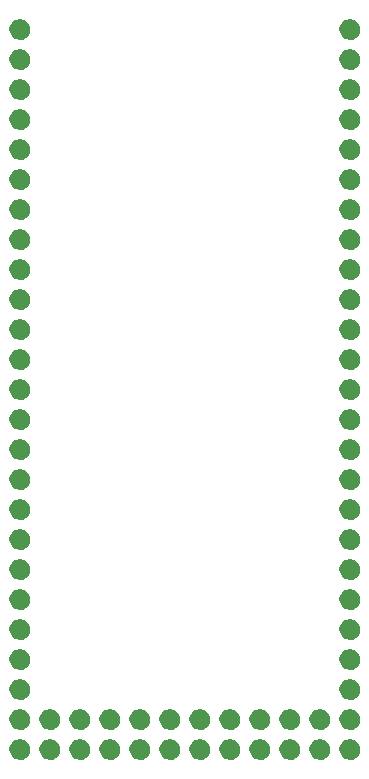
<source format=gbr>
G04 #@! TF.FileFunction,Soldermask,Bot*
%FSLAX46Y46*%
G04 Gerber Fmt 4.6, Leading zero omitted, Abs format (unit mm)*
G04 Created by KiCad (PCBNEW 4.0.7) date Monday, October 08, 2018 'PMt' 05:16:59 PM*
%MOMM*%
%LPD*%
G01*
G04 APERTURE LIST*
%ADD10C,0.100000*%
G04 APERTURE END LIST*
D10*
G36*
X156301946Y-133745180D02*
X156470118Y-133779700D01*
X156628374Y-133846226D01*
X156770703Y-133942228D01*
X156891673Y-134064045D01*
X156986673Y-134207030D01*
X157052094Y-134365756D01*
X157085353Y-134533724D01*
X157085353Y-134533733D01*
X157085438Y-134534163D01*
X157082700Y-134730248D01*
X157082603Y-134730674D01*
X157082603Y-134730685D01*
X157044667Y-134897658D01*
X156974841Y-135054490D01*
X156875883Y-135194773D01*
X156751560Y-135313164D01*
X156606610Y-135405152D01*
X156446549Y-135467236D01*
X156277487Y-135497046D01*
X156105849Y-135493450D01*
X155938175Y-135456586D01*
X155780859Y-135387856D01*
X155639890Y-135289879D01*
X155520634Y-135166387D01*
X155427635Y-135022081D01*
X155364437Y-134862461D01*
X155333447Y-134693606D01*
X155335844Y-134521944D01*
X155371536Y-134354025D01*
X155439167Y-134196232D01*
X155536157Y-134054581D01*
X155658815Y-133934464D01*
X155802470Y-133840459D01*
X155961641Y-133776151D01*
X156130277Y-133743981D01*
X156301946Y-133745180D01*
X156301946Y-133745180D01*
G37*
G36*
X158841946Y-133745180D02*
X159010118Y-133779700D01*
X159168374Y-133846226D01*
X159310703Y-133942228D01*
X159431673Y-134064045D01*
X159526673Y-134207030D01*
X159592094Y-134365756D01*
X159625353Y-134533724D01*
X159625353Y-134533733D01*
X159625438Y-134534163D01*
X159622700Y-134730248D01*
X159622603Y-134730674D01*
X159622603Y-134730685D01*
X159584667Y-134897658D01*
X159514841Y-135054490D01*
X159415883Y-135194773D01*
X159291560Y-135313164D01*
X159146610Y-135405152D01*
X158986549Y-135467236D01*
X158817487Y-135497046D01*
X158645849Y-135493450D01*
X158478175Y-135456586D01*
X158320859Y-135387856D01*
X158179890Y-135289879D01*
X158060634Y-135166387D01*
X157967635Y-135022081D01*
X157904437Y-134862461D01*
X157873447Y-134693606D01*
X157875844Y-134521944D01*
X157911536Y-134354025D01*
X157979167Y-134196232D01*
X158076157Y-134054581D01*
X158198815Y-133934464D01*
X158342470Y-133840459D01*
X158501641Y-133776151D01*
X158670277Y-133743981D01*
X158841946Y-133745180D01*
X158841946Y-133745180D01*
G37*
G36*
X161381946Y-133745180D02*
X161550118Y-133779700D01*
X161708374Y-133846226D01*
X161850703Y-133942228D01*
X161971673Y-134064045D01*
X162066673Y-134207030D01*
X162132094Y-134365756D01*
X162165353Y-134533724D01*
X162165353Y-134533733D01*
X162165438Y-134534163D01*
X162162700Y-134730248D01*
X162162603Y-134730674D01*
X162162603Y-134730685D01*
X162124667Y-134897658D01*
X162054841Y-135054490D01*
X161955883Y-135194773D01*
X161831560Y-135313164D01*
X161686610Y-135405152D01*
X161526549Y-135467236D01*
X161357487Y-135497046D01*
X161185849Y-135493450D01*
X161018175Y-135456586D01*
X160860859Y-135387856D01*
X160719890Y-135289879D01*
X160600634Y-135166387D01*
X160507635Y-135022081D01*
X160444437Y-134862461D01*
X160413447Y-134693606D01*
X160415844Y-134521944D01*
X160451536Y-134354025D01*
X160519167Y-134196232D01*
X160616157Y-134054581D01*
X160738815Y-133934464D01*
X160882470Y-133840459D01*
X161041641Y-133776151D01*
X161210277Y-133743981D01*
X161381946Y-133745180D01*
X161381946Y-133745180D01*
G37*
G36*
X163921946Y-133745180D02*
X164090118Y-133779700D01*
X164248374Y-133846226D01*
X164390703Y-133942228D01*
X164511673Y-134064045D01*
X164606673Y-134207030D01*
X164672094Y-134365756D01*
X164705353Y-134533724D01*
X164705353Y-134533733D01*
X164705438Y-134534163D01*
X164702700Y-134730248D01*
X164702603Y-134730674D01*
X164702603Y-134730685D01*
X164664667Y-134897658D01*
X164594841Y-135054490D01*
X164495883Y-135194773D01*
X164371560Y-135313164D01*
X164226610Y-135405152D01*
X164066549Y-135467236D01*
X163897487Y-135497046D01*
X163725849Y-135493450D01*
X163558175Y-135456586D01*
X163400859Y-135387856D01*
X163259890Y-135289879D01*
X163140634Y-135166387D01*
X163047635Y-135022081D01*
X162984437Y-134862461D01*
X162953447Y-134693606D01*
X162955844Y-134521944D01*
X162991536Y-134354025D01*
X163059167Y-134196232D01*
X163156157Y-134054581D01*
X163278815Y-133934464D01*
X163422470Y-133840459D01*
X163581641Y-133776151D01*
X163750277Y-133743981D01*
X163921946Y-133745180D01*
X163921946Y-133745180D01*
G37*
G36*
X166461946Y-133745180D02*
X166630118Y-133779700D01*
X166788374Y-133846226D01*
X166930703Y-133942228D01*
X167051673Y-134064045D01*
X167146673Y-134207030D01*
X167212094Y-134365756D01*
X167245353Y-134533724D01*
X167245353Y-134533733D01*
X167245438Y-134534163D01*
X167242700Y-134730248D01*
X167242603Y-134730674D01*
X167242603Y-134730685D01*
X167204667Y-134897658D01*
X167134841Y-135054490D01*
X167035883Y-135194773D01*
X166911560Y-135313164D01*
X166766610Y-135405152D01*
X166606549Y-135467236D01*
X166437487Y-135497046D01*
X166265849Y-135493450D01*
X166098175Y-135456586D01*
X165940859Y-135387856D01*
X165799890Y-135289879D01*
X165680634Y-135166387D01*
X165587635Y-135022081D01*
X165524437Y-134862461D01*
X165493447Y-134693606D01*
X165495844Y-134521944D01*
X165531536Y-134354025D01*
X165599167Y-134196232D01*
X165696157Y-134054581D01*
X165818815Y-133934464D01*
X165962470Y-133840459D01*
X166121641Y-133776151D01*
X166290277Y-133743981D01*
X166461946Y-133745180D01*
X166461946Y-133745180D01*
G37*
G36*
X169001946Y-133745180D02*
X169170118Y-133779700D01*
X169328374Y-133846226D01*
X169470703Y-133942228D01*
X169591673Y-134064045D01*
X169686673Y-134207030D01*
X169752094Y-134365756D01*
X169785353Y-134533724D01*
X169785353Y-134533733D01*
X169785438Y-134534163D01*
X169782700Y-134730248D01*
X169782603Y-134730674D01*
X169782603Y-134730685D01*
X169744667Y-134897658D01*
X169674841Y-135054490D01*
X169575883Y-135194773D01*
X169451560Y-135313164D01*
X169306610Y-135405152D01*
X169146549Y-135467236D01*
X168977487Y-135497046D01*
X168805849Y-135493450D01*
X168638175Y-135456586D01*
X168480859Y-135387856D01*
X168339890Y-135289879D01*
X168220634Y-135166387D01*
X168127635Y-135022081D01*
X168064437Y-134862461D01*
X168033447Y-134693606D01*
X168035844Y-134521944D01*
X168071536Y-134354025D01*
X168139167Y-134196232D01*
X168236157Y-134054581D01*
X168358815Y-133934464D01*
X168502470Y-133840459D01*
X168661641Y-133776151D01*
X168830277Y-133743981D01*
X169001946Y-133745180D01*
X169001946Y-133745180D01*
G37*
G36*
X171541946Y-133745180D02*
X171710118Y-133779700D01*
X171868374Y-133846226D01*
X172010703Y-133942228D01*
X172131673Y-134064045D01*
X172226673Y-134207030D01*
X172292094Y-134365756D01*
X172325353Y-134533724D01*
X172325353Y-134533733D01*
X172325438Y-134534163D01*
X172322700Y-134730248D01*
X172322603Y-134730674D01*
X172322603Y-134730685D01*
X172284667Y-134897658D01*
X172214841Y-135054490D01*
X172115883Y-135194773D01*
X171991560Y-135313164D01*
X171846610Y-135405152D01*
X171686549Y-135467236D01*
X171517487Y-135497046D01*
X171345849Y-135493450D01*
X171178175Y-135456586D01*
X171020859Y-135387856D01*
X170879890Y-135289879D01*
X170760634Y-135166387D01*
X170667635Y-135022081D01*
X170604437Y-134862461D01*
X170573447Y-134693606D01*
X170575844Y-134521944D01*
X170611536Y-134354025D01*
X170679167Y-134196232D01*
X170776157Y-134054581D01*
X170898815Y-133934464D01*
X171042470Y-133840459D01*
X171201641Y-133776151D01*
X171370277Y-133743981D01*
X171541946Y-133745180D01*
X171541946Y-133745180D01*
G37*
G36*
X174081946Y-133745180D02*
X174250118Y-133779700D01*
X174408374Y-133846226D01*
X174550703Y-133942228D01*
X174671673Y-134064045D01*
X174766673Y-134207030D01*
X174832094Y-134365756D01*
X174865353Y-134533724D01*
X174865353Y-134533733D01*
X174865438Y-134534163D01*
X174862700Y-134730248D01*
X174862603Y-134730674D01*
X174862603Y-134730685D01*
X174824667Y-134897658D01*
X174754841Y-135054490D01*
X174655883Y-135194773D01*
X174531560Y-135313164D01*
X174386610Y-135405152D01*
X174226549Y-135467236D01*
X174057487Y-135497046D01*
X173885849Y-135493450D01*
X173718175Y-135456586D01*
X173560859Y-135387856D01*
X173419890Y-135289879D01*
X173300634Y-135166387D01*
X173207635Y-135022081D01*
X173144437Y-134862461D01*
X173113447Y-134693606D01*
X173115844Y-134521944D01*
X173151536Y-134354025D01*
X173219167Y-134196232D01*
X173316157Y-134054581D01*
X173438815Y-133934464D01*
X173582470Y-133840459D01*
X173741641Y-133776151D01*
X173910277Y-133743981D01*
X174081946Y-133745180D01*
X174081946Y-133745180D01*
G37*
G36*
X176621946Y-133745180D02*
X176790118Y-133779700D01*
X176948374Y-133846226D01*
X177090703Y-133942228D01*
X177211673Y-134064045D01*
X177306673Y-134207030D01*
X177372094Y-134365756D01*
X177405353Y-134533724D01*
X177405353Y-134533733D01*
X177405438Y-134534163D01*
X177402700Y-134730248D01*
X177402603Y-134730674D01*
X177402603Y-134730685D01*
X177364667Y-134897658D01*
X177294841Y-135054490D01*
X177195883Y-135194773D01*
X177071560Y-135313164D01*
X176926610Y-135405152D01*
X176766549Y-135467236D01*
X176597487Y-135497046D01*
X176425849Y-135493450D01*
X176258175Y-135456586D01*
X176100859Y-135387856D01*
X175959890Y-135289879D01*
X175840634Y-135166387D01*
X175747635Y-135022081D01*
X175684437Y-134862461D01*
X175653447Y-134693606D01*
X175655844Y-134521944D01*
X175691536Y-134354025D01*
X175759167Y-134196232D01*
X175856157Y-134054581D01*
X175978815Y-133934464D01*
X176122470Y-133840459D01*
X176281641Y-133776151D01*
X176450277Y-133743981D01*
X176621946Y-133745180D01*
X176621946Y-133745180D01*
G37*
G36*
X179161946Y-133745180D02*
X179330118Y-133779700D01*
X179488374Y-133846226D01*
X179630703Y-133942228D01*
X179751673Y-134064045D01*
X179846673Y-134207030D01*
X179912094Y-134365756D01*
X179945353Y-134533724D01*
X179945353Y-134533733D01*
X179945438Y-134534163D01*
X179942700Y-134730248D01*
X179942603Y-134730674D01*
X179942603Y-134730685D01*
X179904667Y-134897658D01*
X179834841Y-135054490D01*
X179735883Y-135194773D01*
X179611560Y-135313164D01*
X179466610Y-135405152D01*
X179306549Y-135467236D01*
X179137487Y-135497046D01*
X178965849Y-135493450D01*
X178798175Y-135456586D01*
X178640859Y-135387856D01*
X178499890Y-135289879D01*
X178380634Y-135166387D01*
X178287635Y-135022081D01*
X178224437Y-134862461D01*
X178193447Y-134693606D01*
X178195844Y-134521944D01*
X178231536Y-134354025D01*
X178299167Y-134196232D01*
X178396157Y-134054581D01*
X178518815Y-133934464D01*
X178662470Y-133840459D01*
X178821641Y-133776151D01*
X178990277Y-133743981D01*
X179161946Y-133745180D01*
X179161946Y-133745180D01*
G37*
G36*
X181701946Y-133745180D02*
X181870118Y-133779700D01*
X182028374Y-133846226D01*
X182170703Y-133942228D01*
X182291673Y-134064045D01*
X182386673Y-134207030D01*
X182452094Y-134365756D01*
X182485353Y-134533724D01*
X182485353Y-134533733D01*
X182485438Y-134534163D01*
X182482700Y-134730248D01*
X182482603Y-134730674D01*
X182482603Y-134730685D01*
X182444667Y-134897658D01*
X182374841Y-135054490D01*
X182275883Y-135194773D01*
X182151560Y-135313164D01*
X182006610Y-135405152D01*
X181846549Y-135467236D01*
X181677487Y-135497046D01*
X181505849Y-135493450D01*
X181338175Y-135456586D01*
X181180859Y-135387856D01*
X181039890Y-135289879D01*
X180920634Y-135166387D01*
X180827635Y-135022081D01*
X180764437Y-134862461D01*
X180733447Y-134693606D01*
X180735844Y-134521944D01*
X180771536Y-134354025D01*
X180839167Y-134196232D01*
X180936157Y-134054581D01*
X181058815Y-133934464D01*
X181202470Y-133840459D01*
X181361641Y-133776151D01*
X181530277Y-133743981D01*
X181701946Y-133745180D01*
X181701946Y-133745180D01*
G37*
G36*
X184241946Y-133745180D02*
X184410118Y-133779700D01*
X184568374Y-133846226D01*
X184710703Y-133942228D01*
X184831673Y-134064045D01*
X184926673Y-134207030D01*
X184992094Y-134365756D01*
X185025353Y-134533724D01*
X185025353Y-134533733D01*
X185025438Y-134534163D01*
X185022700Y-134730248D01*
X185022603Y-134730674D01*
X185022603Y-134730685D01*
X184984667Y-134897658D01*
X184914841Y-135054490D01*
X184815883Y-135194773D01*
X184691560Y-135313164D01*
X184546610Y-135405152D01*
X184386549Y-135467236D01*
X184217487Y-135497046D01*
X184045849Y-135493450D01*
X183878175Y-135456586D01*
X183720859Y-135387856D01*
X183579890Y-135289879D01*
X183460634Y-135166387D01*
X183367635Y-135022081D01*
X183304437Y-134862461D01*
X183273447Y-134693606D01*
X183275844Y-134521944D01*
X183311536Y-134354025D01*
X183379167Y-134196232D01*
X183476157Y-134054581D01*
X183598815Y-133934464D01*
X183742470Y-133840459D01*
X183901641Y-133776151D01*
X184070277Y-133743981D01*
X184241946Y-133745180D01*
X184241946Y-133745180D01*
G37*
G36*
X156301946Y-131205180D02*
X156470118Y-131239700D01*
X156628374Y-131306226D01*
X156770703Y-131402228D01*
X156891673Y-131524045D01*
X156986673Y-131667030D01*
X157052094Y-131825756D01*
X157085353Y-131993724D01*
X157085353Y-131993733D01*
X157085438Y-131994163D01*
X157082700Y-132190248D01*
X157082603Y-132190674D01*
X157082603Y-132190685D01*
X157044667Y-132357658D01*
X156974841Y-132514490D01*
X156875883Y-132654773D01*
X156751560Y-132773164D01*
X156606610Y-132865152D01*
X156446549Y-132927236D01*
X156277487Y-132957046D01*
X156105849Y-132953450D01*
X155938175Y-132916586D01*
X155780859Y-132847856D01*
X155639890Y-132749879D01*
X155520634Y-132626387D01*
X155427635Y-132482081D01*
X155364437Y-132322461D01*
X155333447Y-132153606D01*
X155335844Y-131981944D01*
X155371536Y-131814025D01*
X155439167Y-131656232D01*
X155536157Y-131514581D01*
X155658815Y-131394464D01*
X155802470Y-131300459D01*
X155961641Y-131236151D01*
X156130277Y-131203981D01*
X156301946Y-131205180D01*
X156301946Y-131205180D01*
G37*
G36*
X158841946Y-131205180D02*
X159010118Y-131239700D01*
X159168374Y-131306226D01*
X159310703Y-131402228D01*
X159431673Y-131524045D01*
X159526673Y-131667030D01*
X159592094Y-131825756D01*
X159625353Y-131993724D01*
X159625353Y-131993733D01*
X159625438Y-131994163D01*
X159622700Y-132190248D01*
X159622603Y-132190674D01*
X159622603Y-132190685D01*
X159584667Y-132357658D01*
X159514841Y-132514490D01*
X159415883Y-132654773D01*
X159291560Y-132773164D01*
X159146610Y-132865152D01*
X158986549Y-132927236D01*
X158817487Y-132957046D01*
X158645849Y-132953450D01*
X158478175Y-132916586D01*
X158320859Y-132847856D01*
X158179890Y-132749879D01*
X158060634Y-132626387D01*
X157967635Y-132482081D01*
X157904437Y-132322461D01*
X157873447Y-132153606D01*
X157875844Y-131981944D01*
X157911536Y-131814025D01*
X157979167Y-131656232D01*
X158076157Y-131514581D01*
X158198815Y-131394464D01*
X158342470Y-131300459D01*
X158501641Y-131236151D01*
X158670277Y-131203981D01*
X158841946Y-131205180D01*
X158841946Y-131205180D01*
G37*
G36*
X161381946Y-131205180D02*
X161550118Y-131239700D01*
X161708374Y-131306226D01*
X161850703Y-131402228D01*
X161971673Y-131524045D01*
X162066673Y-131667030D01*
X162132094Y-131825756D01*
X162165353Y-131993724D01*
X162165353Y-131993733D01*
X162165438Y-131994163D01*
X162162700Y-132190248D01*
X162162603Y-132190674D01*
X162162603Y-132190685D01*
X162124667Y-132357658D01*
X162054841Y-132514490D01*
X161955883Y-132654773D01*
X161831560Y-132773164D01*
X161686610Y-132865152D01*
X161526549Y-132927236D01*
X161357487Y-132957046D01*
X161185849Y-132953450D01*
X161018175Y-132916586D01*
X160860859Y-132847856D01*
X160719890Y-132749879D01*
X160600634Y-132626387D01*
X160507635Y-132482081D01*
X160444437Y-132322461D01*
X160413447Y-132153606D01*
X160415844Y-131981944D01*
X160451536Y-131814025D01*
X160519167Y-131656232D01*
X160616157Y-131514581D01*
X160738815Y-131394464D01*
X160882470Y-131300459D01*
X161041641Y-131236151D01*
X161210277Y-131203981D01*
X161381946Y-131205180D01*
X161381946Y-131205180D01*
G37*
G36*
X163921946Y-131205180D02*
X164090118Y-131239700D01*
X164248374Y-131306226D01*
X164390703Y-131402228D01*
X164511673Y-131524045D01*
X164606673Y-131667030D01*
X164672094Y-131825756D01*
X164705353Y-131993724D01*
X164705353Y-131993733D01*
X164705438Y-131994163D01*
X164702700Y-132190248D01*
X164702603Y-132190674D01*
X164702603Y-132190685D01*
X164664667Y-132357658D01*
X164594841Y-132514490D01*
X164495883Y-132654773D01*
X164371560Y-132773164D01*
X164226610Y-132865152D01*
X164066549Y-132927236D01*
X163897487Y-132957046D01*
X163725849Y-132953450D01*
X163558175Y-132916586D01*
X163400859Y-132847856D01*
X163259890Y-132749879D01*
X163140634Y-132626387D01*
X163047635Y-132482081D01*
X162984437Y-132322461D01*
X162953447Y-132153606D01*
X162955844Y-131981944D01*
X162991536Y-131814025D01*
X163059167Y-131656232D01*
X163156157Y-131514581D01*
X163278815Y-131394464D01*
X163422470Y-131300459D01*
X163581641Y-131236151D01*
X163750277Y-131203981D01*
X163921946Y-131205180D01*
X163921946Y-131205180D01*
G37*
G36*
X166461946Y-131205180D02*
X166630118Y-131239700D01*
X166788374Y-131306226D01*
X166930703Y-131402228D01*
X167051673Y-131524045D01*
X167146673Y-131667030D01*
X167212094Y-131825756D01*
X167245353Y-131993724D01*
X167245353Y-131993733D01*
X167245438Y-131994163D01*
X167242700Y-132190248D01*
X167242603Y-132190674D01*
X167242603Y-132190685D01*
X167204667Y-132357658D01*
X167134841Y-132514490D01*
X167035883Y-132654773D01*
X166911560Y-132773164D01*
X166766610Y-132865152D01*
X166606549Y-132927236D01*
X166437487Y-132957046D01*
X166265849Y-132953450D01*
X166098175Y-132916586D01*
X165940859Y-132847856D01*
X165799890Y-132749879D01*
X165680634Y-132626387D01*
X165587635Y-132482081D01*
X165524437Y-132322461D01*
X165493447Y-132153606D01*
X165495844Y-131981944D01*
X165531536Y-131814025D01*
X165599167Y-131656232D01*
X165696157Y-131514581D01*
X165818815Y-131394464D01*
X165962470Y-131300459D01*
X166121641Y-131236151D01*
X166290277Y-131203981D01*
X166461946Y-131205180D01*
X166461946Y-131205180D01*
G37*
G36*
X169001946Y-131205180D02*
X169170118Y-131239700D01*
X169328374Y-131306226D01*
X169470703Y-131402228D01*
X169591673Y-131524045D01*
X169686673Y-131667030D01*
X169752094Y-131825756D01*
X169785353Y-131993724D01*
X169785353Y-131993733D01*
X169785438Y-131994163D01*
X169782700Y-132190248D01*
X169782603Y-132190674D01*
X169782603Y-132190685D01*
X169744667Y-132357658D01*
X169674841Y-132514490D01*
X169575883Y-132654773D01*
X169451560Y-132773164D01*
X169306610Y-132865152D01*
X169146549Y-132927236D01*
X168977487Y-132957046D01*
X168805849Y-132953450D01*
X168638175Y-132916586D01*
X168480859Y-132847856D01*
X168339890Y-132749879D01*
X168220634Y-132626387D01*
X168127635Y-132482081D01*
X168064437Y-132322461D01*
X168033447Y-132153606D01*
X168035844Y-131981944D01*
X168071536Y-131814025D01*
X168139167Y-131656232D01*
X168236157Y-131514581D01*
X168358815Y-131394464D01*
X168502470Y-131300459D01*
X168661641Y-131236151D01*
X168830277Y-131203981D01*
X169001946Y-131205180D01*
X169001946Y-131205180D01*
G37*
G36*
X171541946Y-131205180D02*
X171710118Y-131239700D01*
X171868374Y-131306226D01*
X172010703Y-131402228D01*
X172131673Y-131524045D01*
X172226673Y-131667030D01*
X172292094Y-131825756D01*
X172325353Y-131993724D01*
X172325353Y-131993733D01*
X172325438Y-131994163D01*
X172322700Y-132190248D01*
X172322603Y-132190674D01*
X172322603Y-132190685D01*
X172284667Y-132357658D01*
X172214841Y-132514490D01*
X172115883Y-132654773D01*
X171991560Y-132773164D01*
X171846610Y-132865152D01*
X171686549Y-132927236D01*
X171517487Y-132957046D01*
X171345849Y-132953450D01*
X171178175Y-132916586D01*
X171020859Y-132847856D01*
X170879890Y-132749879D01*
X170760634Y-132626387D01*
X170667635Y-132482081D01*
X170604437Y-132322461D01*
X170573447Y-132153606D01*
X170575844Y-131981944D01*
X170611536Y-131814025D01*
X170679167Y-131656232D01*
X170776157Y-131514581D01*
X170898815Y-131394464D01*
X171042470Y-131300459D01*
X171201641Y-131236151D01*
X171370277Y-131203981D01*
X171541946Y-131205180D01*
X171541946Y-131205180D01*
G37*
G36*
X174081946Y-131205180D02*
X174250118Y-131239700D01*
X174408374Y-131306226D01*
X174550703Y-131402228D01*
X174671673Y-131524045D01*
X174766673Y-131667030D01*
X174832094Y-131825756D01*
X174865353Y-131993724D01*
X174865353Y-131993733D01*
X174865438Y-131994163D01*
X174862700Y-132190248D01*
X174862603Y-132190674D01*
X174862603Y-132190685D01*
X174824667Y-132357658D01*
X174754841Y-132514490D01*
X174655883Y-132654773D01*
X174531560Y-132773164D01*
X174386610Y-132865152D01*
X174226549Y-132927236D01*
X174057487Y-132957046D01*
X173885849Y-132953450D01*
X173718175Y-132916586D01*
X173560859Y-132847856D01*
X173419890Y-132749879D01*
X173300634Y-132626387D01*
X173207635Y-132482081D01*
X173144437Y-132322461D01*
X173113447Y-132153606D01*
X173115844Y-131981944D01*
X173151536Y-131814025D01*
X173219167Y-131656232D01*
X173316157Y-131514581D01*
X173438815Y-131394464D01*
X173582470Y-131300459D01*
X173741641Y-131236151D01*
X173910277Y-131203981D01*
X174081946Y-131205180D01*
X174081946Y-131205180D01*
G37*
G36*
X176621946Y-131205180D02*
X176790118Y-131239700D01*
X176948374Y-131306226D01*
X177090703Y-131402228D01*
X177211673Y-131524045D01*
X177306673Y-131667030D01*
X177372094Y-131825756D01*
X177405353Y-131993724D01*
X177405353Y-131993733D01*
X177405438Y-131994163D01*
X177402700Y-132190248D01*
X177402603Y-132190674D01*
X177402603Y-132190685D01*
X177364667Y-132357658D01*
X177294841Y-132514490D01*
X177195883Y-132654773D01*
X177071560Y-132773164D01*
X176926610Y-132865152D01*
X176766549Y-132927236D01*
X176597487Y-132957046D01*
X176425849Y-132953450D01*
X176258175Y-132916586D01*
X176100859Y-132847856D01*
X175959890Y-132749879D01*
X175840634Y-132626387D01*
X175747635Y-132482081D01*
X175684437Y-132322461D01*
X175653447Y-132153606D01*
X175655844Y-131981944D01*
X175691536Y-131814025D01*
X175759167Y-131656232D01*
X175856157Y-131514581D01*
X175978815Y-131394464D01*
X176122470Y-131300459D01*
X176281641Y-131236151D01*
X176450277Y-131203981D01*
X176621946Y-131205180D01*
X176621946Y-131205180D01*
G37*
G36*
X179161946Y-131205180D02*
X179330118Y-131239700D01*
X179488374Y-131306226D01*
X179630703Y-131402228D01*
X179751673Y-131524045D01*
X179846673Y-131667030D01*
X179912094Y-131825756D01*
X179945353Y-131993724D01*
X179945353Y-131993733D01*
X179945438Y-131994163D01*
X179942700Y-132190248D01*
X179942603Y-132190674D01*
X179942603Y-132190685D01*
X179904667Y-132357658D01*
X179834841Y-132514490D01*
X179735883Y-132654773D01*
X179611560Y-132773164D01*
X179466610Y-132865152D01*
X179306549Y-132927236D01*
X179137487Y-132957046D01*
X178965849Y-132953450D01*
X178798175Y-132916586D01*
X178640859Y-132847856D01*
X178499890Y-132749879D01*
X178380634Y-132626387D01*
X178287635Y-132482081D01*
X178224437Y-132322461D01*
X178193447Y-132153606D01*
X178195844Y-131981944D01*
X178231536Y-131814025D01*
X178299167Y-131656232D01*
X178396157Y-131514581D01*
X178518815Y-131394464D01*
X178662470Y-131300459D01*
X178821641Y-131236151D01*
X178990277Y-131203981D01*
X179161946Y-131205180D01*
X179161946Y-131205180D01*
G37*
G36*
X184241946Y-131205180D02*
X184410118Y-131239700D01*
X184568374Y-131306226D01*
X184710703Y-131402228D01*
X184831673Y-131524045D01*
X184926673Y-131667030D01*
X184992094Y-131825756D01*
X185025353Y-131993724D01*
X185025353Y-131993733D01*
X185025438Y-131994163D01*
X185022700Y-132190248D01*
X185022603Y-132190674D01*
X185022603Y-132190685D01*
X184984667Y-132357658D01*
X184914841Y-132514490D01*
X184815883Y-132654773D01*
X184691560Y-132773164D01*
X184546610Y-132865152D01*
X184386549Y-132927236D01*
X184217487Y-132957046D01*
X184045849Y-132953450D01*
X183878175Y-132916586D01*
X183720859Y-132847856D01*
X183579890Y-132749879D01*
X183460634Y-132626387D01*
X183367635Y-132482081D01*
X183304437Y-132322461D01*
X183273447Y-132153606D01*
X183275844Y-131981944D01*
X183311536Y-131814025D01*
X183379167Y-131656232D01*
X183476157Y-131514581D01*
X183598815Y-131394464D01*
X183742470Y-131300459D01*
X183901641Y-131236151D01*
X184070277Y-131203981D01*
X184241946Y-131205180D01*
X184241946Y-131205180D01*
G37*
G36*
X181701946Y-131205180D02*
X181870118Y-131239700D01*
X182028374Y-131306226D01*
X182170703Y-131402228D01*
X182291673Y-131524045D01*
X182386673Y-131667030D01*
X182452094Y-131825756D01*
X182485353Y-131993724D01*
X182485353Y-131993733D01*
X182485438Y-131994163D01*
X182482700Y-132190248D01*
X182482603Y-132190674D01*
X182482603Y-132190685D01*
X182444667Y-132357658D01*
X182374841Y-132514490D01*
X182275883Y-132654773D01*
X182151560Y-132773164D01*
X182006610Y-132865152D01*
X181846549Y-132927236D01*
X181677487Y-132957046D01*
X181505849Y-132953450D01*
X181338175Y-132916586D01*
X181180859Y-132847856D01*
X181039890Y-132749879D01*
X180920634Y-132626387D01*
X180827635Y-132482081D01*
X180764437Y-132322461D01*
X180733447Y-132153606D01*
X180735844Y-131981944D01*
X180771536Y-131814025D01*
X180839167Y-131656232D01*
X180936157Y-131514581D01*
X181058815Y-131394464D01*
X181202470Y-131300459D01*
X181361641Y-131236151D01*
X181530277Y-131203981D01*
X181701946Y-131205180D01*
X181701946Y-131205180D01*
G37*
G36*
X156301946Y-128665180D02*
X156470118Y-128699700D01*
X156628374Y-128766226D01*
X156770703Y-128862228D01*
X156891673Y-128984045D01*
X156986673Y-129127030D01*
X157052094Y-129285756D01*
X157085353Y-129453724D01*
X157085353Y-129453733D01*
X157085438Y-129454163D01*
X157082700Y-129650248D01*
X157082603Y-129650674D01*
X157082603Y-129650685D01*
X157044667Y-129817658D01*
X156974841Y-129974490D01*
X156875883Y-130114773D01*
X156751560Y-130233164D01*
X156606610Y-130325152D01*
X156446549Y-130387236D01*
X156277487Y-130417046D01*
X156105849Y-130413450D01*
X155938175Y-130376586D01*
X155780859Y-130307856D01*
X155639890Y-130209879D01*
X155520634Y-130086387D01*
X155427635Y-129942081D01*
X155364437Y-129782461D01*
X155333447Y-129613606D01*
X155335844Y-129441944D01*
X155371536Y-129274025D01*
X155439167Y-129116232D01*
X155536157Y-128974581D01*
X155658815Y-128854464D01*
X155802470Y-128760459D01*
X155961641Y-128696151D01*
X156130277Y-128663981D01*
X156301946Y-128665180D01*
X156301946Y-128665180D01*
G37*
G36*
X184241946Y-128665180D02*
X184410118Y-128699700D01*
X184568374Y-128766226D01*
X184710703Y-128862228D01*
X184831673Y-128984045D01*
X184926673Y-129127030D01*
X184992094Y-129285756D01*
X185025353Y-129453724D01*
X185025353Y-129453733D01*
X185025438Y-129454163D01*
X185022700Y-129650248D01*
X185022603Y-129650674D01*
X185022603Y-129650685D01*
X184984667Y-129817658D01*
X184914841Y-129974490D01*
X184815883Y-130114773D01*
X184691560Y-130233164D01*
X184546610Y-130325152D01*
X184386549Y-130387236D01*
X184217487Y-130417046D01*
X184045849Y-130413450D01*
X183878175Y-130376586D01*
X183720859Y-130307856D01*
X183579890Y-130209879D01*
X183460634Y-130086387D01*
X183367635Y-129942081D01*
X183304437Y-129782461D01*
X183273447Y-129613606D01*
X183275844Y-129441944D01*
X183311536Y-129274025D01*
X183379167Y-129116232D01*
X183476157Y-128974581D01*
X183598815Y-128854464D01*
X183742470Y-128760459D01*
X183901641Y-128696151D01*
X184070277Y-128663981D01*
X184241946Y-128665180D01*
X184241946Y-128665180D01*
G37*
G36*
X184241946Y-126125180D02*
X184410118Y-126159700D01*
X184568374Y-126226226D01*
X184710703Y-126322228D01*
X184831673Y-126444045D01*
X184926673Y-126587030D01*
X184992094Y-126745756D01*
X185025353Y-126913724D01*
X185025353Y-126913733D01*
X185025438Y-126914163D01*
X185022700Y-127110248D01*
X185022603Y-127110674D01*
X185022603Y-127110685D01*
X184984667Y-127277658D01*
X184914841Y-127434490D01*
X184815883Y-127574773D01*
X184691560Y-127693164D01*
X184546610Y-127785152D01*
X184386549Y-127847236D01*
X184217487Y-127877046D01*
X184045849Y-127873450D01*
X183878175Y-127836586D01*
X183720859Y-127767856D01*
X183579890Y-127669879D01*
X183460634Y-127546387D01*
X183367635Y-127402081D01*
X183304437Y-127242461D01*
X183273447Y-127073606D01*
X183275844Y-126901944D01*
X183311536Y-126734025D01*
X183379167Y-126576232D01*
X183476157Y-126434581D01*
X183598815Y-126314464D01*
X183742470Y-126220459D01*
X183901641Y-126156151D01*
X184070277Y-126123981D01*
X184241946Y-126125180D01*
X184241946Y-126125180D01*
G37*
G36*
X156301946Y-126125180D02*
X156470118Y-126159700D01*
X156628374Y-126226226D01*
X156770703Y-126322228D01*
X156891673Y-126444045D01*
X156986673Y-126587030D01*
X157052094Y-126745756D01*
X157085353Y-126913724D01*
X157085353Y-126913733D01*
X157085438Y-126914163D01*
X157082700Y-127110248D01*
X157082603Y-127110674D01*
X157082603Y-127110685D01*
X157044667Y-127277658D01*
X156974841Y-127434490D01*
X156875883Y-127574773D01*
X156751560Y-127693164D01*
X156606610Y-127785152D01*
X156446549Y-127847236D01*
X156277487Y-127877046D01*
X156105849Y-127873450D01*
X155938175Y-127836586D01*
X155780859Y-127767856D01*
X155639890Y-127669879D01*
X155520634Y-127546387D01*
X155427635Y-127402081D01*
X155364437Y-127242461D01*
X155333447Y-127073606D01*
X155335844Y-126901944D01*
X155371536Y-126734025D01*
X155439167Y-126576232D01*
X155536157Y-126434581D01*
X155658815Y-126314464D01*
X155802470Y-126220459D01*
X155961641Y-126156151D01*
X156130277Y-126123981D01*
X156301946Y-126125180D01*
X156301946Y-126125180D01*
G37*
G36*
X156301946Y-123585180D02*
X156470118Y-123619700D01*
X156628374Y-123686226D01*
X156770703Y-123782228D01*
X156891673Y-123904045D01*
X156986673Y-124047030D01*
X157052094Y-124205756D01*
X157085353Y-124373724D01*
X157085353Y-124373733D01*
X157085438Y-124374163D01*
X157082700Y-124570248D01*
X157082603Y-124570674D01*
X157082603Y-124570685D01*
X157044667Y-124737658D01*
X156974841Y-124894490D01*
X156875883Y-125034773D01*
X156751560Y-125153164D01*
X156606610Y-125245152D01*
X156446549Y-125307236D01*
X156277487Y-125337046D01*
X156105849Y-125333450D01*
X155938175Y-125296586D01*
X155780859Y-125227856D01*
X155639890Y-125129879D01*
X155520634Y-125006387D01*
X155427635Y-124862081D01*
X155364437Y-124702461D01*
X155333447Y-124533606D01*
X155335844Y-124361944D01*
X155371536Y-124194025D01*
X155439167Y-124036232D01*
X155536157Y-123894581D01*
X155658815Y-123774464D01*
X155802470Y-123680459D01*
X155961641Y-123616151D01*
X156130277Y-123583981D01*
X156301946Y-123585180D01*
X156301946Y-123585180D01*
G37*
G36*
X184241946Y-123585180D02*
X184410118Y-123619700D01*
X184568374Y-123686226D01*
X184710703Y-123782228D01*
X184831673Y-123904045D01*
X184926673Y-124047030D01*
X184992094Y-124205756D01*
X185025353Y-124373724D01*
X185025353Y-124373733D01*
X185025438Y-124374163D01*
X185022700Y-124570248D01*
X185022603Y-124570674D01*
X185022603Y-124570685D01*
X184984667Y-124737658D01*
X184914841Y-124894490D01*
X184815883Y-125034773D01*
X184691560Y-125153164D01*
X184546610Y-125245152D01*
X184386549Y-125307236D01*
X184217487Y-125337046D01*
X184045849Y-125333450D01*
X183878175Y-125296586D01*
X183720859Y-125227856D01*
X183579890Y-125129879D01*
X183460634Y-125006387D01*
X183367635Y-124862081D01*
X183304437Y-124702461D01*
X183273447Y-124533606D01*
X183275844Y-124361944D01*
X183311536Y-124194025D01*
X183379167Y-124036232D01*
X183476157Y-123894581D01*
X183598815Y-123774464D01*
X183742470Y-123680459D01*
X183901641Y-123616151D01*
X184070277Y-123583981D01*
X184241946Y-123585180D01*
X184241946Y-123585180D01*
G37*
G36*
X156301946Y-121045180D02*
X156470118Y-121079700D01*
X156628374Y-121146226D01*
X156770703Y-121242228D01*
X156891673Y-121364045D01*
X156986673Y-121507030D01*
X157052094Y-121665756D01*
X157085353Y-121833724D01*
X157085353Y-121833733D01*
X157085438Y-121834163D01*
X157082700Y-122030248D01*
X157082603Y-122030674D01*
X157082603Y-122030685D01*
X157044667Y-122197658D01*
X156974841Y-122354490D01*
X156875883Y-122494773D01*
X156751560Y-122613164D01*
X156606610Y-122705152D01*
X156446549Y-122767236D01*
X156277487Y-122797046D01*
X156105849Y-122793450D01*
X155938175Y-122756586D01*
X155780859Y-122687856D01*
X155639890Y-122589879D01*
X155520634Y-122466387D01*
X155427635Y-122322081D01*
X155364437Y-122162461D01*
X155333447Y-121993606D01*
X155335844Y-121821944D01*
X155371536Y-121654025D01*
X155439167Y-121496232D01*
X155536157Y-121354581D01*
X155658815Y-121234464D01*
X155802470Y-121140459D01*
X155961641Y-121076151D01*
X156130277Y-121043981D01*
X156301946Y-121045180D01*
X156301946Y-121045180D01*
G37*
G36*
X184241946Y-121045180D02*
X184410118Y-121079700D01*
X184568374Y-121146226D01*
X184710703Y-121242228D01*
X184831673Y-121364045D01*
X184926673Y-121507030D01*
X184992094Y-121665756D01*
X185025353Y-121833724D01*
X185025353Y-121833733D01*
X185025438Y-121834163D01*
X185022700Y-122030248D01*
X185022603Y-122030674D01*
X185022603Y-122030685D01*
X184984667Y-122197658D01*
X184914841Y-122354490D01*
X184815883Y-122494773D01*
X184691560Y-122613164D01*
X184546610Y-122705152D01*
X184386549Y-122767236D01*
X184217487Y-122797046D01*
X184045849Y-122793450D01*
X183878175Y-122756586D01*
X183720859Y-122687856D01*
X183579890Y-122589879D01*
X183460634Y-122466387D01*
X183367635Y-122322081D01*
X183304437Y-122162461D01*
X183273447Y-121993606D01*
X183275844Y-121821944D01*
X183311536Y-121654025D01*
X183379167Y-121496232D01*
X183476157Y-121354581D01*
X183598815Y-121234464D01*
X183742470Y-121140459D01*
X183901641Y-121076151D01*
X184070277Y-121043981D01*
X184241946Y-121045180D01*
X184241946Y-121045180D01*
G37*
G36*
X156301946Y-118505180D02*
X156470118Y-118539700D01*
X156628374Y-118606226D01*
X156770703Y-118702228D01*
X156891673Y-118824045D01*
X156986673Y-118967030D01*
X157052094Y-119125756D01*
X157085353Y-119293724D01*
X157085353Y-119293733D01*
X157085438Y-119294163D01*
X157082700Y-119490248D01*
X157082603Y-119490674D01*
X157082603Y-119490685D01*
X157044667Y-119657658D01*
X156974841Y-119814490D01*
X156875883Y-119954773D01*
X156751560Y-120073164D01*
X156606610Y-120165152D01*
X156446549Y-120227236D01*
X156277487Y-120257046D01*
X156105849Y-120253450D01*
X155938175Y-120216586D01*
X155780859Y-120147856D01*
X155639890Y-120049879D01*
X155520634Y-119926387D01*
X155427635Y-119782081D01*
X155364437Y-119622461D01*
X155333447Y-119453606D01*
X155335844Y-119281944D01*
X155371536Y-119114025D01*
X155439167Y-118956232D01*
X155536157Y-118814581D01*
X155658815Y-118694464D01*
X155802470Y-118600459D01*
X155961641Y-118536151D01*
X156130277Y-118503981D01*
X156301946Y-118505180D01*
X156301946Y-118505180D01*
G37*
G36*
X184241946Y-118505180D02*
X184410118Y-118539700D01*
X184568374Y-118606226D01*
X184710703Y-118702228D01*
X184831673Y-118824045D01*
X184926673Y-118967030D01*
X184992094Y-119125756D01*
X185025353Y-119293724D01*
X185025353Y-119293733D01*
X185025438Y-119294163D01*
X185022700Y-119490248D01*
X185022603Y-119490674D01*
X185022603Y-119490685D01*
X184984667Y-119657658D01*
X184914841Y-119814490D01*
X184815883Y-119954773D01*
X184691560Y-120073164D01*
X184546610Y-120165152D01*
X184386549Y-120227236D01*
X184217487Y-120257046D01*
X184045849Y-120253450D01*
X183878175Y-120216586D01*
X183720859Y-120147856D01*
X183579890Y-120049879D01*
X183460634Y-119926387D01*
X183367635Y-119782081D01*
X183304437Y-119622461D01*
X183273447Y-119453606D01*
X183275844Y-119281944D01*
X183311536Y-119114025D01*
X183379167Y-118956232D01*
X183476157Y-118814581D01*
X183598815Y-118694464D01*
X183742470Y-118600459D01*
X183901641Y-118536151D01*
X184070277Y-118503981D01*
X184241946Y-118505180D01*
X184241946Y-118505180D01*
G37*
G36*
X184241946Y-115965180D02*
X184410118Y-115999700D01*
X184568374Y-116066226D01*
X184710703Y-116162228D01*
X184831673Y-116284045D01*
X184926673Y-116427030D01*
X184992094Y-116585756D01*
X185025353Y-116753724D01*
X185025353Y-116753733D01*
X185025438Y-116754163D01*
X185022700Y-116950248D01*
X185022603Y-116950674D01*
X185022603Y-116950685D01*
X184984667Y-117117658D01*
X184914841Y-117274490D01*
X184815883Y-117414773D01*
X184691560Y-117533164D01*
X184546610Y-117625152D01*
X184386549Y-117687236D01*
X184217487Y-117717046D01*
X184045849Y-117713450D01*
X183878175Y-117676586D01*
X183720859Y-117607856D01*
X183579890Y-117509879D01*
X183460634Y-117386387D01*
X183367635Y-117242081D01*
X183304437Y-117082461D01*
X183273447Y-116913606D01*
X183275844Y-116741944D01*
X183311536Y-116574025D01*
X183379167Y-116416232D01*
X183476157Y-116274581D01*
X183598815Y-116154464D01*
X183742470Y-116060459D01*
X183901641Y-115996151D01*
X184070277Y-115963981D01*
X184241946Y-115965180D01*
X184241946Y-115965180D01*
G37*
G36*
X156301946Y-115965180D02*
X156470118Y-115999700D01*
X156628374Y-116066226D01*
X156770703Y-116162228D01*
X156891673Y-116284045D01*
X156986673Y-116427030D01*
X157052094Y-116585756D01*
X157085353Y-116753724D01*
X157085353Y-116753733D01*
X157085438Y-116754163D01*
X157082700Y-116950248D01*
X157082603Y-116950674D01*
X157082603Y-116950685D01*
X157044667Y-117117658D01*
X156974841Y-117274490D01*
X156875883Y-117414773D01*
X156751560Y-117533164D01*
X156606610Y-117625152D01*
X156446549Y-117687236D01*
X156277487Y-117717046D01*
X156105849Y-117713450D01*
X155938175Y-117676586D01*
X155780859Y-117607856D01*
X155639890Y-117509879D01*
X155520634Y-117386387D01*
X155427635Y-117242081D01*
X155364437Y-117082461D01*
X155333447Y-116913606D01*
X155335844Y-116741944D01*
X155371536Y-116574025D01*
X155439167Y-116416232D01*
X155536157Y-116274581D01*
X155658815Y-116154464D01*
X155802470Y-116060459D01*
X155961641Y-115996151D01*
X156130277Y-115963981D01*
X156301946Y-115965180D01*
X156301946Y-115965180D01*
G37*
G36*
X184241946Y-113425180D02*
X184410118Y-113459700D01*
X184568374Y-113526226D01*
X184710703Y-113622228D01*
X184831673Y-113744045D01*
X184926673Y-113887030D01*
X184992094Y-114045756D01*
X185025353Y-114213724D01*
X185025353Y-114213733D01*
X185025438Y-114214163D01*
X185022700Y-114410248D01*
X185022603Y-114410674D01*
X185022603Y-114410685D01*
X184984667Y-114577658D01*
X184914841Y-114734490D01*
X184815883Y-114874773D01*
X184691560Y-114993164D01*
X184546610Y-115085152D01*
X184386549Y-115147236D01*
X184217487Y-115177046D01*
X184045849Y-115173450D01*
X183878175Y-115136586D01*
X183720859Y-115067856D01*
X183579890Y-114969879D01*
X183460634Y-114846387D01*
X183367635Y-114702081D01*
X183304437Y-114542461D01*
X183273447Y-114373606D01*
X183275844Y-114201944D01*
X183311536Y-114034025D01*
X183379167Y-113876232D01*
X183476157Y-113734581D01*
X183598815Y-113614464D01*
X183742470Y-113520459D01*
X183901641Y-113456151D01*
X184070277Y-113423981D01*
X184241946Y-113425180D01*
X184241946Y-113425180D01*
G37*
G36*
X156301946Y-113425180D02*
X156470118Y-113459700D01*
X156628374Y-113526226D01*
X156770703Y-113622228D01*
X156891673Y-113744045D01*
X156986673Y-113887030D01*
X157052094Y-114045756D01*
X157085353Y-114213724D01*
X157085353Y-114213733D01*
X157085438Y-114214163D01*
X157082700Y-114410248D01*
X157082603Y-114410674D01*
X157082603Y-114410685D01*
X157044667Y-114577658D01*
X156974841Y-114734490D01*
X156875883Y-114874773D01*
X156751560Y-114993164D01*
X156606610Y-115085152D01*
X156446549Y-115147236D01*
X156277487Y-115177046D01*
X156105849Y-115173450D01*
X155938175Y-115136586D01*
X155780859Y-115067856D01*
X155639890Y-114969879D01*
X155520634Y-114846387D01*
X155427635Y-114702081D01*
X155364437Y-114542461D01*
X155333447Y-114373606D01*
X155335844Y-114201944D01*
X155371536Y-114034025D01*
X155439167Y-113876232D01*
X155536157Y-113734581D01*
X155658815Y-113614464D01*
X155802470Y-113520459D01*
X155961641Y-113456151D01*
X156130277Y-113423981D01*
X156301946Y-113425180D01*
X156301946Y-113425180D01*
G37*
G36*
X184241946Y-110885180D02*
X184410118Y-110919700D01*
X184568374Y-110986226D01*
X184710703Y-111082228D01*
X184831673Y-111204045D01*
X184926673Y-111347030D01*
X184992094Y-111505756D01*
X185025353Y-111673724D01*
X185025353Y-111673733D01*
X185025438Y-111674163D01*
X185022700Y-111870248D01*
X185022603Y-111870674D01*
X185022603Y-111870685D01*
X184984667Y-112037658D01*
X184914841Y-112194490D01*
X184815883Y-112334773D01*
X184691560Y-112453164D01*
X184546610Y-112545152D01*
X184386549Y-112607236D01*
X184217487Y-112637046D01*
X184045849Y-112633450D01*
X183878175Y-112596586D01*
X183720859Y-112527856D01*
X183579890Y-112429879D01*
X183460634Y-112306387D01*
X183367635Y-112162081D01*
X183304437Y-112002461D01*
X183273447Y-111833606D01*
X183275844Y-111661944D01*
X183311536Y-111494025D01*
X183379167Y-111336232D01*
X183476157Y-111194581D01*
X183598815Y-111074464D01*
X183742470Y-110980459D01*
X183901641Y-110916151D01*
X184070277Y-110883981D01*
X184241946Y-110885180D01*
X184241946Y-110885180D01*
G37*
G36*
X156301946Y-110885180D02*
X156470118Y-110919700D01*
X156628374Y-110986226D01*
X156770703Y-111082228D01*
X156891673Y-111204045D01*
X156986673Y-111347030D01*
X157052094Y-111505756D01*
X157085353Y-111673724D01*
X157085353Y-111673733D01*
X157085438Y-111674163D01*
X157082700Y-111870248D01*
X157082603Y-111870674D01*
X157082603Y-111870685D01*
X157044667Y-112037658D01*
X156974841Y-112194490D01*
X156875883Y-112334773D01*
X156751560Y-112453164D01*
X156606610Y-112545152D01*
X156446549Y-112607236D01*
X156277487Y-112637046D01*
X156105849Y-112633450D01*
X155938175Y-112596586D01*
X155780859Y-112527856D01*
X155639890Y-112429879D01*
X155520634Y-112306387D01*
X155427635Y-112162081D01*
X155364437Y-112002461D01*
X155333447Y-111833606D01*
X155335844Y-111661944D01*
X155371536Y-111494025D01*
X155439167Y-111336232D01*
X155536157Y-111194581D01*
X155658815Y-111074464D01*
X155802470Y-110980459D01*
X155961641Y-110916151D01*
X156130277Y-110883981D01*
X156301946Y-110885180D01*
X156301946Y-110885180D01*
G37*
G36*
X184241946Y-108345180D02*
X184410118Y-108379700D01*
X184568374Y-108446226D01*
X184710703Y-108542228D01*
X184831673Y-108664045D01*
X184926673Y-108807030D01*
X184992094Y-108965756D01*
X185025353Y-109133724D01*
X185025353Y-109133733D01*
X185025438Y-109134163D01*
X185022700Y-109330248D01*
X185022603Y-109330674D01*
X185022603Y-109330685D01*
X184984667Y-109497658D01*
X184914841Y-109654490D01*
X184815883Y-109794773D01*
X184691560Y-109913164D01*
X184546610Y-110005152D01*
X184386549Y-110067236D01*
X184217487Y-110097046D01*
X184045849Y-110093450D01*
X183878175Y-110056586D01*
X183720859Y-109987856D01*
X183579890Y-109889879D01*
X183460634Y-109766387D01*
X183367635Y-109622081D01*
X183304437Y-109462461D01*
X183273447Y-109293606D01*
X183275844Y-109121944D01*
X183311536Y-108954025D01*
X183379167Y-108796232D01*
X183476157Y-108654581D01*
X183598815Y-108534464D01*
X183742470Y-108440459D01*
X183901641Y-108376151D01*
X184070277Y-108343981D01*
X184241946Y-108345180D01*
X184241946Y-108345180D01*
G37*
G36*
X156301946Y-108345180D02*
X156470118Y-108379700D01*
X156628374Y-108446226D01*
X156770703Y-108542228D01*
X156891673Y-108664045D01*
X156986673Y-108807030D01*
X157052094Y-108965756D01*
X157085353Y-109133724D01*
X157085353Y-109133733D01*
X157085438Y-109134163D01*
X157082700Y-109330248D01*
X157082603Y-109330674D01*
X157082603Y-109330685D01*
X157044667Y-109497658D01*
X156974841Y-109654490D01*
X156875883Y-109794773D01*
X156751560Y-109913164D01*
X156606610Y-110005152D01*
X156446549Y-110067236D01*
X156277487Y-110097046D01*
X156105849Y-110093450D01*
X155938175Y-110056586D01*
X155780859Y-109987856D01*
X155639890Y-109889879D01*
X155520634Y-109766387D01*
X155427635Y-109622081D01*
X155364437Y-109462461D01*
X155333447Y-109293606D01*
X155335844Y-109121944D01*
X155371536Y-108954025D01*
X155439167Y-108796232D01*
X155536157Y-108654581D01*
X155658815Y-108534464D01*
X155802470Y-108440459D01*
X155961641Y-108376151D01*
X156130277Y-108343981D01*
X156301946Y-108345180D01*
X156301946Y-108345180D01*
G37*
G36*
X184241946Y-105805180D02*
X184410118Y-105839700D01*
X184568374Y-105906226D01*
X184710703Y-106002228D01*
X184831673Y-106124045D01*
X184926673Y-106267030D01*
X184992094Y-106425756D01*
X185025353Y-106593724D01*
X185025353Y-106593733D01*
X185025438Y-106594163D01*
X185022700Y-106790248D01*
X185022603Y-106790674D01*
X185022603Y-106790685D01*
X184984667Y-106957658D01*
X184914841Y-107114490D01*
X184815883Y-107254773D01*
X184691560Y-107373164D01*
X184546610Y-107465152D01*
X184386549Y-107527236D01*
X184217487Y-107557046D01*
X184045849Y-107553450D01*
X183878175Y-107516586D01*
X183720859Y-107447856D01*
X183579890Y-107349879D01*
X183460634Y-107226387D01*
X183367635Y-107082081D01*
X183304437Y-106922461D01*
X183273447Y-106753606D01*
X183275844Y-106581944D01*
X183311536Y-106414025D01*
X183379167Y-106256232D01*
X183476157Y-106114581D01*
X183598815Y-105994464D01*
X183742470Y-105900459D01*
X183901641Y-105836151D01*
X184070277Y-105803981D01*
X184241946Y-105805180D01*
X184241946Y-105805180D01*
G37*
G36*
X156301946Y-105805180D02*
X156470118Y-105839700D01*
X156628374Y-105906226D01*
X156770703Y-106002228D01*
X156891673Y-106124045D01*
X156986673Y-106267030D01*
X157052094Y-106425756D01*
X157085353Y-106593724D01*
X157085353Y-106593733D01*
X157085438Y-106594163D01*
X157082700Y-106790248D01*
X157082603Y-106790674D01*
X157082603Y-106790685D01*
X157044667Y-106957658D01*
X156974841Y-107114490D01*
X156875883Y-107254773D01*
X156751560Y-107373164D01*
X156606610Y-107465152D01*
X156446549Y-107527236D01*
X156277487Y-107557046D01*
X156105849Y-107553450D01*
X155938175Y-107516586D01*
X155780859Y-107447856D01*
X155639890Y-107349879D01*
X155520634Y-107226387D01*
X155427635Y-107082081D01*
X155364437Y-106922461D01*
X155333447Y-106753606D01*
X155335844Y-106581944D01*
X155371536Y-106414025D01*
X155439167Y-106256232D01*
X155536157Y-106114581D01*
X155658815Y-105994464D01*
X155802470Y-105900459D01*
X155961641Y-105836151D01*
X156130277Y-105803981D01*
X156301946Y-105805180D01*
X156301946Y-105805180D01*
G37*
G36*
X156301946Y-103265180D02*
X156470118Y-103299700D01*
X156628374Y-103366226D01*
X156770703Y-103462228D01*
X156891673Y-103584045D01*
X156986673Y-103727030D01*
X157052094Y-103885756D01*
X157085353Y-104053724D01*
X157085353Y-104053733D01*
X157085438Y-104054163D01*
X157082700Y-104250248D01*
X157082603Y-104250674D01*
X157082603Y-104250685D01*
X157044667Y-104417658D01*
X156974841Y-104574490D01*
X156875883Y-104714773D01*
X156751560Y-104833164D01*
X156606610Y-104925152D01*
X156446549Y-104987236D01*
X156277487Y-105017046D01*
X156105849Y-105013450D01*
X155938175Y-104976586D01*
X155780859Y-104907856D01*
X155639890Y-104809879D01*
X155520634Y-104686387D01*
X155427635Y-104542081D01*
X155364437Y-104382461D01*
X155333447Y-104213606D01*
X155335844Y-104041944D01*
X155371536Y-103874025D01*
X155439167Y-103716232D01*
X155536157Y-103574581D01*
X155658815Y-103454464D01*
X155802470Y-103360459D01*
X155961641Y-103296151D01*
X156130277Y-103263981D01*
X156301946Y-103265180D01*
X156301946Y-103265180D01*
G37*
G36*
X184241946Y-103265180D02*
X184410118Y-103299700D01*
X184568374Y-103366226D01*
X184710703Y-103462228D01*
X184831673Y-103584045D01*
X184926673Y-103727030D01*
X184992094Y-103885756D01*
X185025353Y-104053724D01*
X185025353Y-104053733D01*
X185025438Y-104054163D01*
X185022700Y-104250248D01*
X185022603Y-104250674D01*
X185022603Y-104250685D01*
X184984667Y-104417658D01*
X184914841Y-104574490D01*
X184815883Y-104714773D01*
X184691560Y-104833164D01*
X184546610Y-104925152D01*
X184386549Y-104987236D01*
X184217487Y-105017046D01*
X184045849Y-105013450D01*
X183878175Y-104976586D01*
X183720859Y-104907856D01*
X183579890Y-104809879D01*
X183460634Y-104686387D01*
X183367635Y-104542081D01*
X183304437Y-104382461D01*
X183273447Y-104213606D01*
X183275844Y-104041944D01*
X183311536Y-103874025D01*
X183379167Y-103716232D01*
X183476157Y-103574581D01*
X183598815Y-103454464D01*
X183742470Y-103360459D01*
X183901641Y-103296151D01*
X184070277Y-103263981D01*
X184241946Y-103265180D01*
X184241946Y-103265180D01*
G37*
G36*
X156301946Y-100725180D02*
X156470118Y-100759700D01*
X156628374Y-100826226D01*
X156770703Y-100922228D01*
X156891673Y-101044045D01*
X156986673Y-101187030D01*
X157052094Y-101345756D01*
X157085353Y-101513724D01*
X157085353Y-101513733D01*
X157085438Y-101514163D01*
X157082700Y-101710248D01*
X157082603Y-101710674D01*
X157082603Y-101710685D01*
X157044667Y-101877658D01*
X156974841Y-102034490D01*
X156875883Y-102174773D01*
X156751560Y-102293164D01*
X156606610Y-102385152D01*
X156446549Y-102447236D01*
X156277487Y-102477046D01*
X156105849Y-102473450D01*
X155938175Y-102436586D01*
X155780859Y-102367856D01*
X155639890Y-102269879D01*
X155520634Y-102146387D01*
X155427635Y-102002081D01*
X155364437Y-101842461D01*
X155333447Y-101673606D01*
X155335844Y-101501944D01*
X155371536Y-101334025D01*
X155439167Y-101176232D01*
X155536157Y-101034581D01*
X155658815Y-100914464D01*
X155802470Y-100820459D01*
X155961641Y-100756151D01*
X156130277Y-100723981D01*
X156301946Y-100725180D01*
X156301946Y-100725180D01*
G37*
G36*
X184241946Y-100725180D02*
X184410118Y-100759700D01*
X184568374Y-100826226D01*
X184710703Y-100922228D01*
X184831673Y-101044045D01*
X184926673Y-101187030D01*
X184992094Y-101345756D01*
X185025353Y-101513724D01*
X185025353Y-101513733D01*
X185025438Y-101514163D01*
X185022700Y-101710248D01*
X185022603Y-101710674D01*
X185022603Y-101710685D01*
X184984667Y-101877658D01*
X184914841Y-102034490D01*
X184815883Y-102174773D01*
X184691560Y-102293164D01*
X184546610Y-102385152D01*
X184386549Y-102447236D01*
X184217487Y-102477046D01*
X184045849Y-102473450D01*
X183878175Y-102436586D01*
X183720859Y-102367856D01*
X183579890Y-102269879D01*
X183460634Y-102146387D01*
X183367635Y-102002081D01*
X183304437Y-101842461D01*
X183273447Y-101673606D01*
X183275844Y-101501944D01*
X183311536Y-101334025D01*
X183379167Y-101176232D01*
X183476157Y-101034581D01*
X183598815Y-100914464D01*
X183742470Y-100820459D01*
X183901641Y-100756151D01*
X184070277Y-100723981D01*
X184241946Y-100725180D01*
X184241946Y-100725180D01*
G37*
G36*
X156301946Y-98185180D02*
X156470118Y-98219700D01*
X156628374Y-98286226D01*
X156770703Y-98382228D01*
X156891673Y-98504045D01*
X156986673Y-98647030D01*
X157052094Y-98805756D01*
X157085353Y-98973724D01*
X157085353Y-98973733D01*
X157085438Y-98974163D01*
X157082700Y-99170248D01*
X157082603Y-99170674D01*
X157082603Y-99170685D01*
X157044667Y-99337658D01*
X156974841Y-99494490D01*
X156875883Y-99634773D01*
X156751560Y-99753164D01*
X156606610Y-99845152D01*
X156446549Y-99907236D01*
X156277487Y-99937046D01*
X156105849Y-99933450D01*
X155938175Y-99896586D01*
X155780859Y-99827856D01*
X155639890Y-99729879D01*
X155520634Y-99606387D01*
X155427635Y-99462081D01*
X155364437Y-99302461D01*
X155333447Y-99133606D01*
X155335844Y-98961944D01*
X155371536Y-98794025D01*
X155439167Y-98636232D01*
X155536157Y-98494581D01*
X155658815Y-98374464D01*
X155802470Y-98280459D01*
X155961641Y-98216151D01*
X156130277Y-98183981D01*
X156301946Y-98185180D01*
X156301946Y-98185180D01*
G37*
G36*
X184241946Y-98185180D02*
X184410118Y-98219700D01*
X184568374Y-98286226D01*
X184710703Y-98382228D01*
X184831673Y-98504045D01*
X184926673Y-98647030D01*
X184992094Y-98805756D01*
X185025353Y-98973724D01*
X185025353Y-98973733D01*
X185025438Y-98974163D01*
X185022700Y-99170248D01*
X185022603Y-99170674D01*
X185022603Y-99170685D01*
X184984667Y-99337658D01*
X184914841Y-99494490D01*
X184815883Y-99634773D01*
X184691560Y-99753164D01*
X184546610Y-99845152D01*
X184386549Y-99907236D01*
X184217487Y-99937046D01*
X184045849Y-99933450D01*
X183878175Y-99896586D01*
X183720859Y-99827856D01*
X183579890Y-99729879D01*
X183460634Y-99606387D01*
X183367635Y-99462081D01*
X183304437Y-99302461D01*
X183273447Y-99133606D01*
X183275844Y-98961944D01*
X183311536Y-98794025D01*
X183379167Y-98636232D01*
X183476157Y-98494581D01*
X183598815Y-98374464D01*
X183742470Y-98280459D01*
X183901641Y-98216151D01*
X184070277Y-98183981D01*
X184241946Y-98185180D01*
X184241946Y-98185180D01*
G37*
G36*
X156301946Y-95645180D02*
X156470118Y-95679700D01*
X156628374Y-95746226D01*
X156770703Y-95842228D01*
X156891673Y-95964045D01*
X156986673Y-96107030D01*
X157052094Y-96265756D01*
X157085353Y-96433724D01*
X157085353Y-96433733D01*
X157085438Y-96434163D01*
X157082700Y-96630248D01*
X157082603Y-96630674D01*
X157082603Y-96630685D01*
X157044667Y-96797658D01*
X156974841Y-96954490D01*
X156875883Y-97094773D01*
X156751560Y-97213164D01*
X156606610Y-97305152D01*
X156446549Y-97367236D01*
X156277487Y-97397046D01*
X156105849Y-97393450D01*
X155938175Y-97356586D01*
X155780859Y-97287856D01*
X155639890Y-97189879D01*
X155520634Y-97066387D01*
X155427635Y-96922081D01*
X155364437Y-96762461D01*
X155333447Y-96593606D01*
X155335844Y-96421944D01*
X155371536Y-96254025D01*
X155439167Y-96096232D01*
X155536157Y-95954581D01*
X155658815Y-95834464D01*
X155802470Y-95740459D01*
X155961641Y-95676151D01*
X156130277Y-95643981D01*
X156301946Y-95645180D01*
X156301946Y-95645180D01*
G37*
G36*
X184241946Y-95645180D02*
X184410118Y-95679700D01*
X184568374Y-95746226D01*
X184710703Y-95842228D01*
X184831673Y-95964045D01*
X184926673Y-96107030D01*
X184992094Y-96265756D01*
X185025353Y-96433724D01*
X185025353Y-96433733D01*
X185025438Y-96434163D01*
X185022700Y-96630248D01*
X185022603Y-96630674D01*
X185022603Y-96630685D01*
X184984667Y-96797658D01*
X184914841Y-96954490D01*
X184815883Y-97094773D01*
X184691560Y-97213164D01*
X184546610Y-97305152D01*
X184386549Y-97367236D01*
X184217487Y-97397046D01*
X184045849Y-97393450D01*
X183878175Y-97356586D01*
X183720859Y-97287856D01*
X183579890Y-97189879D01*
X183460634Y-97066387D01*
X183367635Y-96922081D01*
X183304437Y-96762461D01*
X183273447Y-96593606D01*
X183275844Y-96421944D01*
X183311536Y-96254025D01*
X183379167Y-96096232D01*
X183476157Y-95954581D01*
X183598815Y-95834464D01*
X183742470Y-95740459D01*
X183901641Y-95676151D01*
X184070277Y-95643981D01*
X184241946Y-95645180D01*
X184241946Y-95645180D01*
G37*
G36*
X156301946Y-93105180D02*
X156470118Y-93139700D01*
X156628374Y-93206226D01*
X156770703Y-93302228D01*
X156891673Y-93424045D01*
X156986673Y-93567030D01*
X157052094Y-93725756D01*
X157085353Y-93893724D01*
X157085353Y-93893733D01*
X157085438Y-93894163D01*
X157082700Y-94090248D01*
X157082603Y-94090674D01*
X157082603Y-94090685D01*
X157044667Y-94257658D01*
X156974841Y-94414490D01*
X156875883Y-94554773D01*
X156751560Y-94673164D01*
X156606610Y-94765152D01*
X156446549Y-94827236D01*
X156277487Y-94857046D01*
X156105849Y-94853450D01*
X155938175Y-94816586D01*
X155780859Y-94747856D01*
X155639890Y-94649879D01*
X155520634Y-94526387D01*
X155427635Y-94382081D01*
X155364437Y-94222461D01*
X155333447Y-94053606D01*
X155335844Y-93881944D01*
X155371536Y-93714025D01*
X155439167Y-93556232D01*
X155536157Y-93414581D01*
X155658815Y-93294464D01*
X155802470Y-93200459D01*
X155961641Y-93136151D01*
X156130277Y-93103981D01*
X156301946Y-93105180D01*
X156301946Y-93105180D01*
G37*
G36*
X184241946Y-93105180D02*
X184410118Y-93139700D01*
X184568374Y-93206226D01*
X184710703Y-93302228D01*
X184831673Y-93424045D01*
X184926673Y-93567030D01*
X184992094Y-93725756D01*
X185025353Y-93893724D01*
X185025353Y-93893733D01*
X185025438Y-93894163D01*
X185022700Y-94090248D01*
X185022603Y-94090674D01*
X185022603Y-94090685D01*
X184984667Y-94257658D01*
X184914841Y-94414490D01*
X184815883Y-94554773D01*
X184691560Y-94673164D01*
X184546610Y-94765152D01*
X184386549Y-94827236D01*
X184217487Y-94857046D01*
X184045849Y-94853450D01*
X183878175Y-94816586D01*
X183720859Y-94747856D01*
X183579890Y-94649879D01*
X183460634Y-94526387D01*
X183367635Y-94382081D01*
X183304437Y-94222461D01*
X183273447Y-94053606D01*
X183275844Y-93881944D01*
X183311536Y-93714025D01*
X183379167Y-93556232D01*
X183476157Y-93414581D01*
X183598815Y-93294464D01*
X183742470Y-93200459D01*
X183901641Y-93136151D01*
X184070277Y-93103981D01*
X184241946Y-93105180D01*
X184241946Y-93105180D01*
G37*
G36*
X156301946Y-90565180D02*
X156470118Y-90599700D01*
X156628374Y-90666226D01*
X156770703Y-90762228D01*
X156891673Y-90884045D01*
X156986673Y-91027030D01*
X157052094Y-91185756D01*
X157085353Y-91353724D01*
X157085353Y-91353733D01*
X157085438Y-91354163D01*
X157082700Y-91550248D01*
X157082603Y-91550674D01*
X157082603Y-91550685D01*
X157044667Y-91717658D01*
X156974841Y-91874490D01*
X156875883Y-92014773D01*
X156751560Y-92133164D01*
X156606610Y-92225152D01*
X156446549Y-92287236D01*
X156277487Y-92317046D01*
X156105849Y-92313450D01*
X155938175Y-92276586D01*
X155780859Y-92207856D01*
X155639890Y-92109879D01*
X155520634Y-91986387D01*
X155427635Y-91842081D01*
X155364437Y-91682461D01*
X155333447Y-91513606D01*
X155335844Y-91341944D01*
X155371536Y-91174025D01*
X155439167Y-91016232D01*
X155536157Y-90874581D01*
X155658815Y-90754464D01*
X155802470Y-90660459D01*
X155961641Y-90596151D01*
X156130277Y-90563981D01*
X156301946Y-90565180D01*
X156301946Y-90565180D01*
G37*
G36*
X184241946Y-90565180D02*
X184410118Y-90599700D01*
X184568374Y-90666226D01*
X184710703Y-90762228D01*
X184831673Y-90884045D01*
X184926673Y-91027030D01*
X184992094Y-91185756D01*
X185025353Y-91353724D01*
X185025353Y-91353733D01*
X185025438Y-91354163D01*
X185022700Y-91550248D01*
X185022603Y-91550674D01*
X185022603Y-91550685D01*
X184984667Y-91717658D01*
X184914841Y-91874490D01*
X184815883Y-92014773D01*
X184691560Y-92133164D01*
X184546610Y-92225152D01*
X184386549Y-92287236D01*
X184217487Y-92317046D01*
X184045849Y-92313450D01*
X183878175Y-92276586D01*
X183720859Y-92207856D01*
X183579890Y-92109879D01*
X183460634Y-91986387D01*
X183367635Y-91842081D01*
X183304437Y-91682461D01*
X183273447Y-91513606D01*
X183275844Y-91341944D01*
X183311536Y-91174025D01*
X183379167Y-91016232D01*
X183476157Y-90874581D01*
X183598815Y-90754464D01*
X183742470Y-90660459D01*
X183901641Y-90596151D01*
X184070277Y-90563981D01*
X184241946Y-90565180D01*
X184241946Y-90565180D01*
G37*
G36*
X156301946Y-88025180D02*
X156470118Y-88059700D01*
X156628374Y-88126226D01*
X156770703Y-88222228D01*
X156891673Y-88344045D01*
X156986673Y-88487030D01*
X157052094Y-88645756D01*
X157085353Y-88813724D01*
X157085353Y-88813733D01*
X157085438Y-88814163D01*
X157082700Y-89010248D01*
X157082603Y-89010674D01*
X157082603Y-89010685D01*
X157044667Y-89177658D01*
X156974841Y-89334490D01*
X156875883Y-89474773D01*
X156751560Y-89593164D01*
X156606610Y-89685152D01*
X156446549Y-89747236D01*
X156277487Y-89777046D01*
X156105849Y-89773450D01*
X155938175Y-89736586D01*
X155780859Y-89667856D01*
X155639890Y-89569879D01*
X155520634Y-89446387D01*
X155427635Y-89302081D01*
X155364437Y-89142461D01*
X155333447Y-88973606D01*
X155335844Y-88801944D01*
X155371536Y-88634025D01*
X155439167Y-88476232D01*
X155536157Y-88334581D01*
X155658815Y-88214464D01*
X155802470Y-88120459D01*
X155961641Y-88056151D01*
X156130277Y-88023981D01*
X156301946Y-88025180D01*
X156301946Y-88025180D01*
G37*
G36*
X184241946Y-88025180D02*
X184410118Y-88059700D01*
X184568374Y-88126226D01*
X184710703Y-88222228D01*
X184831673Y-88344045D01*
X184926673Y-88487030D01*
X184992094Y-88645756D01*
X185025353Y-88813724D01*
X185025353Y-88813733D01*
X185025438Y-88814163D01*
X185022700Y-89010248D01*
X185022603Y-89010674D01*
X185022603Y-89010685D01*
X184984667Y-89177658D01*
X184914841Y-89334490D01*
X184815883Y-89474773D01*
X184691560Y-89593164D01*
X184546610Y-89685152D01*
X184386549Y-89747236D01*
X184217487Y-89777046D01*
X184045849Y-89773450D01*
X183878175Y-89736586D01*
X183720859Y-89667856D01*
X183579890Y-89569879D01*
X183460634Y-89446387D01*
X183367635Y-89302081D01*
X183304437Y-89142461D01*
X183273447Y-88973606D01*
X183275844Y-88801944D01*
X183311536Y-88634025D01*
X183379167Y-88476232D01*
X183476157Y-88334581D01*
X183598815Y-88214464D01*
X183742470Y-88120459D01*
X183901641Y-88056151D01*
X184070277Y-88023981D01*
X184241946Y-88025180D01*
X184241946Y-88025180D01*
G37*
G36*
X156301946Y-85485180D02*
X156470118Y-85519700D01*
X156628374Y-85586226D01*
X156770703Y-85682228D01*
X156891673Y-85804045D01*
X156986673Y-85947030D01*
X157052094Y-86105756D01*
X157085353Y-86273724D01*
X157085353Y-86273733D01*
X157085438Y-86274163D01*
X157082700Y-86470248D01*
X157082603Y-86470674D01*
X157082603Y-86470685D01*
X157044667Y-86637658D01*
X156974841Y-86794490D01*
X156875883Y-86934773D01*
X156751560Y-87053164D01*
X156606610Y-87145152D01*
X156446549Y-87207236D01*
X156277487Y-87237046D01*
X156105849Y-87233450D01*
X155938175Y-87196586D01*
X155780859Y-87127856D01*
X155639890Y-87029879D01*
X155520634Y-86906387D01*
X155427635Y-86762081D01*
X155364437Y-86602461D01*
X155333447Y-86433606D01*
X155335844Y-86261944D01*
X155371536Y-86094025D01*
X155439167Y-85936232D01*
X155536157Y-85794581D01*
X155658815Y-85674464D01*
X155802470Y-85580459D01*
X155961641Y-85516151D01*
X156130277Y-85483981D01*
X156301946Y-85485180D01*
X156301946Y-85485180D01*
G37*
G36*
X184241946Y-85485180D02*
X184410118Y-85519700D01*
X184568374Y-85586226D01*
X184710703Y-85682228D01*
X184831673Y-85804045D01*
X184926673Y-85947030D01*
X184992094Y-86105756D01*
X185025353Y-86273724D01*
X185025353Y-86273733D01*
X185025438Y-86274163D01*
X185022700Y-86470248D01*
X185022603Y-86470674D01*
X185022603Y-86470685D01*
X184984667Y-86637658D01*
X184914841Y-86794490D01*
X184815883Y-86934773D01*
X184691560Y-87053164D01*
X184546610Y-87145152D01*
X184386549Y-87207236D01*
X184217487Y-87237046D01*
X184045849Y-87233450D01*
X183878175Y-87196586D01*
X183720859Y-87127856D01*
X183579890Y-87029879D01*
X183460634Y-86906387D01*
X183367635Y-86762081D01*
X183304437Y-86602461D01*
X183273447Y-86433606D01*
X183275844Y-86261944D01*
X183311536Y-86094025D01*
X183379167Y-85936232D01*
X183476157Y-85794581D01*
X183598815Y-85674464D01*
X183742470Y-85580459D01*
X183901641Y-85516151D01*
X184070277Y-85483981D01*
X184241946Y-85485180D01*
X184241946Y-85485180D01*
G37*
G36*
X184241946Y-82945180D02*
X184410118Y-82979700D01*
X184568374Y-83046226D01*
X184710703Y-83142228D01*
X184831673Y-83264045D01*
X184926673Y-83407030D01*
X184992094Y-83565756D01*
X185025353Y-83733724D01*
X185025353Y-83733733D01*
X185025438Y-83734163D01*
X185022700Y-83930248D01*
X185022603Y-83930674D01*
X185022603Y-83930685D01*
X184984667Y-84097658D01*
X184914841Y-84254490D01*
X184815883Y-84394773D01*
X184691560Y-84513164D01*
X184546610Y-84605152D01*
X184386549Y-84667236D01*
X184217487Y-84697046D01*
X184045849Y-84693450D01*
X183878175Y-84656586D01*
X183720859Y-84587856D01*
X183579890Y-84489879D01*
X183460634Y-84366387D01*
X183367635Y-84222081D01*
X183304437Y-84062461D01*
X183273447Y-83893606D01*
X183275844Y-83721944D01*
X183311536Y-83554025D01*
X183379167Y-83396232D01*
X183476157Y-83254581D01*
X183598815Y-83134464D01*
X183742470Y-83040459D01*
X183901641Y-82976151D01*
X184070277Y-82943981D01*
X184241946Y-82945180D01*
X184241946Y-82945180D01*
G37*
G36*
X156301946Y-82945180D02*
X156470118Y-82979700D01*
X156628374Y-83046226D01*
X156770703Y-83142228D01*
X156891673Y-83264045D01*
X156986673Y-83407030D01*
X157052094Y-83565756D01*
X157085353Y-83733724D01*
X157085353Y-83733733D01*
X157085438Y-83734163D01*
X157082700Y-83930248D01*
X157082603Y-83930674D01*
X157082603Y-83930685D01*
X157044667Y-84097658D01*
X156974841Y-84254490D01*
X156875883Y-84394773D01*
X156751560Y-84513164D01*
X156606610Y-84605152D01*
X156446549Y-84667236D01*
X156277487Y-84697046D01*
X156105849Y-84693450D01*
X155938175Y-84656586D01*
X155780859Y-84587856D01*
X155639890Y-84489879D01*
X155520634Y-84366387D01*
X155427635Y-84222081D01*
X155364437Y-84062461D01*
X155333447Y-83893606D01*
X155335844Y-83721944D01*
X155371536Y-83554025D01*
X155439167Y-83396232D01*
X155536157Y-83254581D01*
X155658815Y-83134464D01*
X155802470Y-83040459D01*
X155961641Y-82976151D01*
X156130277Y-82943981D01*
X156301946Y-82945180D01*
X156301946Y-82945180D01*
G37*
G36*
X184241946Y-80405180D02*
X184410118Y-80439700D01*
X184568374Y-80506226D01*
X184710703Y-80602228D01*
X184831673Y-80724045D01*
X184926673Y-80867030D01*
X184992094Y-81025756D01*
X185025353Y-81193724D01*
X185025353Y-81193733D01*
X185025438Y-81194163D01*
X185022700Y-81390248D01*
X185022603Y-81390674D01*
X185022603Y-81390685D01*
X184984667Y-81557658D01*
X184914841Y-81714490D01*
X184815883Y-81854773D01*
X184691560Y-81973164D01*
X184546610Y-82065152D01*
X184386549Y-82127236D01*
X184217487Y-82157046D01*
X184045849Y-82153450D01*
X183878175Y-82116586D01*
X183720859Y-82047856D01*
X183579890Y-81949879D01*
X183460634Y-81826387D01*
X183367635Y-81682081D01*
X183304437Y-81522461D01*
X183273447Y-81353606D01*
X183275844Y-81181944D01*
X183311536Y-81014025D01*
X183379167Y-80856232D01*
X183476157Y-80714581D01*
X183598815Y-80594464D01*
X183742470Y-80500459D01*
X183901641Y-80436151D01*
X184070277Y-80403981D01*
X184241946Y-80405180D01*
X184241946Y-80405180D01*
G37*
G36*
X156301946Y-80405180D02*
X156470118Y-80439700D01*
X156628374Y-80506226D01*
X156770703Y-80602228D01*
X156891673Y-80724045D01*
X156986673Y-80867030D01*
X157052094Y-81025756D01*
X157085353Y-81193724D01*
X157085353Y-81193733D01*
X157085438Y-81194163D01*
X157082700Y-81390248D01*
X157082603Y-81390674D01*
X157082603Y-81390685D01*
X157044667Y-81557658D01*
X156974841Y-81714490D01*
X156875883Y-81854773D01*
X156751560Y-81973164D01*
X156606610Y-82065152D01*
X156446549Y-82127236D01*
X156277487Y-82157046D01*
X156105849Y-82153450D01*
X155938175Y-82116586D01*
X155780859Y-82047856D01*
X155639890Y-81949879D01*
X155520634Y-81826387D01*
X155427635Y-81682081D01*
X155364437Y-81522461D01*
X155333447Y-81353606D01*
X155335844Y-81181944D01*
X155371536Y-81014025D01*
X155439167Y-80856232D01*
X155536157Y-80714581D01*
X155658815Y-80594464D01*
X155802470Y-80500459D01*
X155961641Y-80436151D01*
X156130277Y-80403981D01*
X156301946Y-80405180D01*
X156301946Y-80405180D01*
G37*
G36*
X156301946Y-77865180D02*
X156470118Y-77899700D01*
X156628374Y-77966226D01*
X156770703Y-78062228D01*
X156891673Y-78184045D01*
X156986673Y-78327030D01*
X157052094Y-78485756D01*
X157085353Y-78653724D01*
X157085353Y-78653733D01*
X157085438Y-78654163D01*
X157082700Y-78850248D01*
X157082603Y-78850674D01*
X157082603Y-78850685D01*
X157044667Y-79017658D01*
X156974841Y-79174490D01*
X156875883Y-79314773D01*
X156751560Y-79433164D01*
X156606610Y-79525152D01*
X156446549Y-79587236D01*
X156277487Y-79617046D01*
X156105849Y-79613450D01*
X155938175Y-79576586D01*
X155780859Y-79507856D01*
X155639890Y-79409879D01*
X155520634Y-79286387D01*
X155427635Y-79142081D01*
X155364437Y-78982461D01*
X155333447Y-78813606D01*
X155335844Y-78641944D01*
X155371536Y-78474025D01*
X155439167Y-78316232D01*
X155536157Y-78174581D01*
X155658815Y-78054464D01*
X155802470Y-77960459D01*
X155961641Y-77896151D01*
X156130277Y-77863981D01*
X156301946Y-77865180D01*
X156301946Y-77865180D01*
G37*
G36*
X184241946Y-77865180D02*
X184410118Y-77899700D01*
X184568374Y-77966226D01*
X184710703Y-78062228D01*
X184831673Y-78184045D01*
X184926673Y-78327030D01*
X184992094Y-78485756D01*
X185025353Y-78653724D01*
X185025353Y-78653733D01*
X185025438Y-78654163D01*
X185022700Y-78850248D01*
X185022603Y-78850674D01*
X185022603Y-78850685D01*
X184984667Y-79017658D01*
X184914841Y-79174490D01*
X184815883Y-79314773D01*
X184691560Y-79433164D01*
X184546610Y-79525152D01*
X184386549Y-79587236D01*
X184217487Y-79617046D01*
X184045849Y-79613450D01*
X183878175Y-79576586D01*
X183720859Y-79507856D01*
X183579890Y-79409879D01*
X183460634Y-79286387D01*
X183367635Y-79142081D01*
X183304437Y-78982461D01*
X183273447Y-78813606D01*
X183275844Y-78641944D01*
X183311536Y-78474025D01*
X183379167Y-78316232D01*
X183476157Y-78174581D01*
X183598815Y-78054464D01*
X183742470Y-77960459D01*
X183901641Y-77896151D01*
X184070277Y-77863981D01*
X184241946Y-77865180D01*
X184241946Y-77865180D01*
G37*
G36*
X156301946Y-75325180D02*
X156470118Y-75359700D01*
X156628374Y-75426226D01*
X156770703Y-75522228D01*
X156891673Y-75644045D01*
X156986673Y-75787030D01*
X157052094Y-75945756D01*
X157085353Y-76113724D01*
X157085353Y-76113733D01*
X157085438Y-76114163D01*
X157082700Y-76310248D01*
X157082603Y-76310674D01*
X157082603Y-76310685D01*
X157044667Y-76477658D01*
X156974841Y-76634490D01*
X156875883Y-76774773D01*
X156751560Y-76893164D01*
X156606610Y-76985152D01*
X156446549Y-77047236D01*
X156277487Y-77077046D01*
X156105849Y-77073450D01*
X155938175Y-77036586D01*
X155780859Y-76967856D01*
X155639890Y-76869879D01*
X155520634Y-76746387D01*
X155427635Y-76602081D01*
X155364437Y-76442461D01*
X155333447Y-76273606D01*
X155335844Y-76101944D01*
X155371536Y-75934025D01*
X155439167Y-75776232D01*
X155536157Y-75634581D01*
X155658815Y-75514464D01*
X155802470Y-75420459D01*
X155961641Y-75356151D01*
X156130277Y-75323981D01*
X156301946Y-75325180D01*
X156301946Y-75325180D01*
G37*
G36*
X184241946Y-75325180D02*
X184410118Y-75359700D01*
X184568374Y-75426226D01*
X184710703Y-75522228D01*
X184831673Y-75644045D01*
X184926673Y-75787030D01*
X184992094Y-75945756D01*
X185025353Y-76113724D01*
X185025353Y-76113733D01*
X185025438Y-76114163D01*
X185022700Y-76310248D01*
X185022603Y-76310674D01*
X185022603Y-76310685D01*
X184984667Y-76477658D01*
X184914841Y-76634490D01*
X184815883Y-76774773D01*
X184691560Y-76893164D01*
X184546610Y-76985152D01*
X184386549Y-77047236D01*
X184217487Y-77077046D01*
X184045849Y-77073450D01*
X183878175Y-77036586D01*
X183720859Y-76967856D01*
X183579890Y-76869879D01*
X183460634Y-76746387D01*
X183367635Y-76602081D01*
X183304437Y-76442461D01*
X183273447Y-76273606D01*
X183275844Y-76101944D01*
X183311536Y-75934025D01*
X183379167Y-75776232D01*
X183476157Y-75634581D01*
X183598815Y-75514464D01*
X183742470Y-75420459D01*
X183901641Y-75356151D01*
X184070277Y-75323981D01*
X184241946Y-75325180D01*
X184241946Y-75325180D01*
G37*
G36*
X156301946Y-72785180D02*
X156470118Y-72819700D01*
X156628374Y-72886226D01*
X156770703Y-72982228D01*
X156891673Y-73104045D01*
X156986673Y-73247030D01*
X157052094Y-73405756D01*
X157085353Y-73573724D01*
X157085353Y-73573733D01*
X157085438Y-73574163D01*
X157082700Y-73770248D01*
X157082603Y-73770674D01*
X157082603Y-73770685D01*
X157044667Y-73937658D01*
X156974841Y-74094490D01*
X156875883Y-74234773D01*
X156751560Y-74353164D01*
X156606610Y-74445152D01*
X156446549Y-74507236D01*
X156277487Y-74537046D01*
X156105849Y-74533450D01*
X155938175Y-74496586D01*
X155780859Y-74427856D01*
X155639890Y-74329879D01*
X155520634Y-74206387D01*
X155427635Y-74062081D01*
X155364437Y-73902461D01*
X155333447Y-73733606D01*
X155335844Y-73561944D01*
X155371536Y-73394025D01*
X155439167Y-73236232D01*
X155536157Y-73094581D01*
X155658815Y-72974464D01*
X155802470Y-72880459D01*
X155961641Y-72816151D01*
X156130277Y-72783981D01*
X156301946Y-72785180D01*
X156301946Y-72785180D01*
G37*
G36*
X184241946Y-72785180D02*
X184410118Y-72819700D01*
X184568374Y-72886226D01*
X184710703Y-72982228D01*
X184831673Y-73104045D01*
X184926673Y-73247030D01*
X184992094Y-73405756D01*
X185025353Y-73573724D01*
X185025353Y-73573733D01*
X185025438Y-73574163D01*
X185022700Y-73770248D01*
X185022603Y-73770674D01*
X185022603Y-73770685D01*
X184984667Y-73937658D01*
X184914841Y-74094490D01*
X184815883Y-74234773D01*
X184691560Y-74353164D01*
X184546610Y-74445152D01*
X184386549Y-74507236D01*
X184217487Y-74537046D01*
X184045849Y-74533450D01*
X183878175Y-74496586D01*
X183720859Y-74427856D01*
X183579890Y-74329879D01*
X183460634Y-74206387D01*
X183367635Y-74062081D01*
X183304437Y-73902461D01*
X183273447Y-73733606D01*
X183275844Y-73561944D01*
X183311536Y-73394025D01*
X183379167Y-73236232D01*
X183476157Y-73094581D01*
X183598815Y-72974464D01*
X183742470Y-72880459D01*
X183901641Y-72816151D01*
X184070277Y-72783981D01*
X184241946Y-72785180D01*
X184241946Y-72785180D01*
G37*
M02*

</source>
